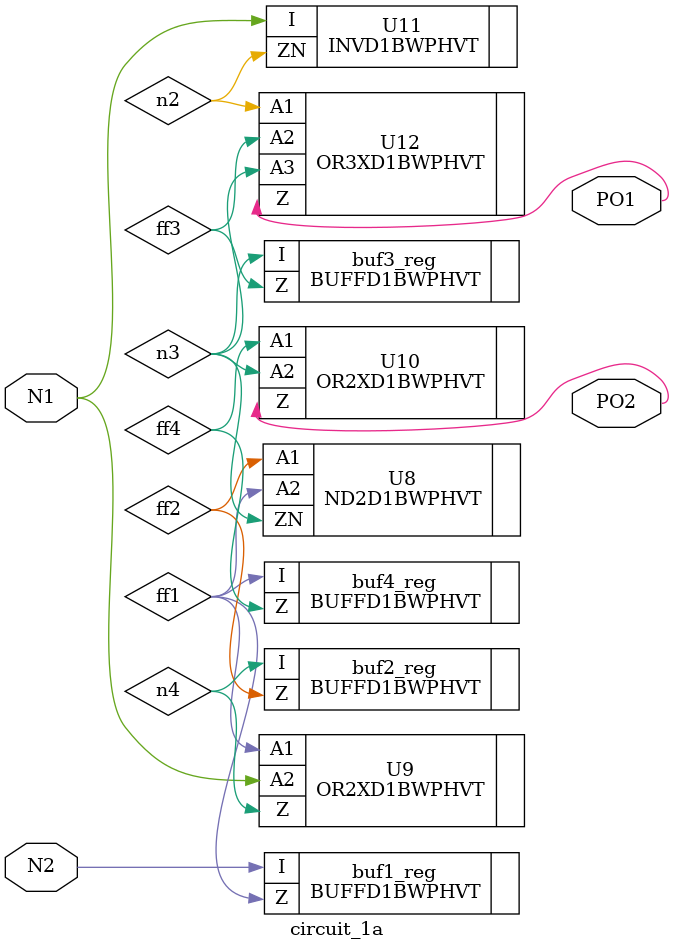
<source format=v>



module circuit_1a ( N1, N2, PO1, PO2 );
  input N1, N2;
  output PO1, PO2;
  wire   ff1, ff2, ff3, ff4, n2, n3, n4;

  BUFFD1BWPHVT buf4_reg ( .I(ff1), .Z(ff4) );
  BUFFD1BWPHVT buf2_reg ( .I(n4), .Z(ff2) );
  BUFFD1BWPHVT buf3_reg ( .I(n3), .Z(ff3) );
  BUFFD1BWPHVT buf1_reg ( .I(N2), .Z(ff1) );
  ND2D1BWPHVT U8 ( .A1(ff2), .A2(ff1), .ZN(n3) );
  OR2XD1BWPHVT U9 ( .A1(ff1), .A2(N1), .Z(n4) );
  OR2XD1BWPHVT U10 ( .A1(ff4), .A2(n3), .Z(PO2) );
  INVD1BWPHVT U11 ( .I(N1), .ZN(n2) );
  OR3XD1BWPHVT U12 ( .A1(n2), .A2(ff3), .A3(n3), .Z(PO1) );
endmodule

</source>
